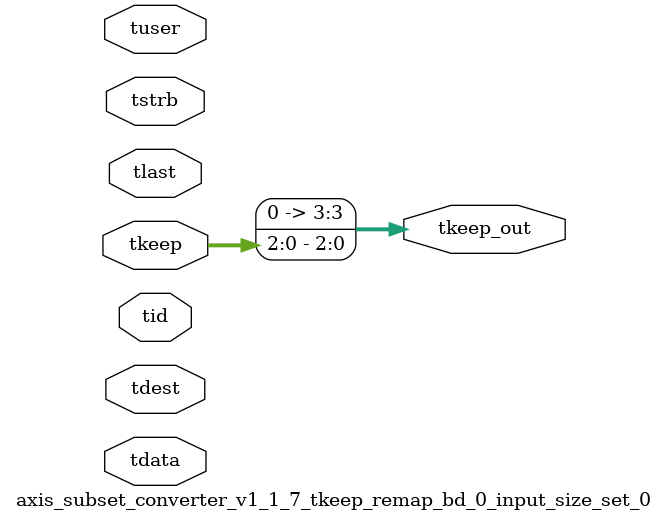
<source format=v>


`timescale 1ps/1ps

module axis_subset_converter_v1_1_7_tkeep_remap_bd_0_input_size_set_0 #
(
parameter C_S_AXIS_TDATA_WIDTH = 32,
parameter C_S_AXIS_TUSER_WIDTH = 0,
parameter C_S_AXIS_TID_WIDTH   = 0,
parameter C_S_AXIS_TDEST_WIDTH = 0,
parameter C_M_AXIS_TDATA_WIDTH = 32
)
(
input  [(C_S_AXIS_TDATA_WIDTH == 0 ? 1 : C_S_AXIS_TDATA_WIDTH)-1:0     ] tdata,
input  [(C_S_AXIS_TUSER_WIDTH == 0 ? 1 : C_S_AXIS_TUSER_WIDTH)-1:0     ] tuser,
input  [(C_S_AXIS_TID_WIDTH   == 0 ? 1 : C_S_AXIS_TID_WIDTH)-1:0       ] tid,
input  [(C_S_AXIS_TDEST_WIDTH == 0 ? 1 : C_S_AXIS_TDEST_WIDTH)-1:0     ] tdest,
input  [(C_S_AXIS_TDATA_WIDTH/8)-1:0 ] tkeep,
input  [(C_S_AXIS_TDATA_WIDTH/8)-1:0 ] tstrb,
input                                                                    tlast,
output [(C_M_AXIS_TDATA_WIDTH/8)-1:0 ] tkeep_out
);

assign tkeep_out = {tkeep[2:0]};

endmodule


</source>
